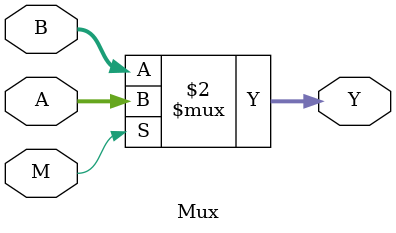
<source format=v>
`timescale 1ns / 1ps

module Mux(
    input [31:0]  A,B,
    input M,
    output [31:0] Y
    );
    
    assign Y = (M == 1) ? A : B;
    
endmodule

</source>
